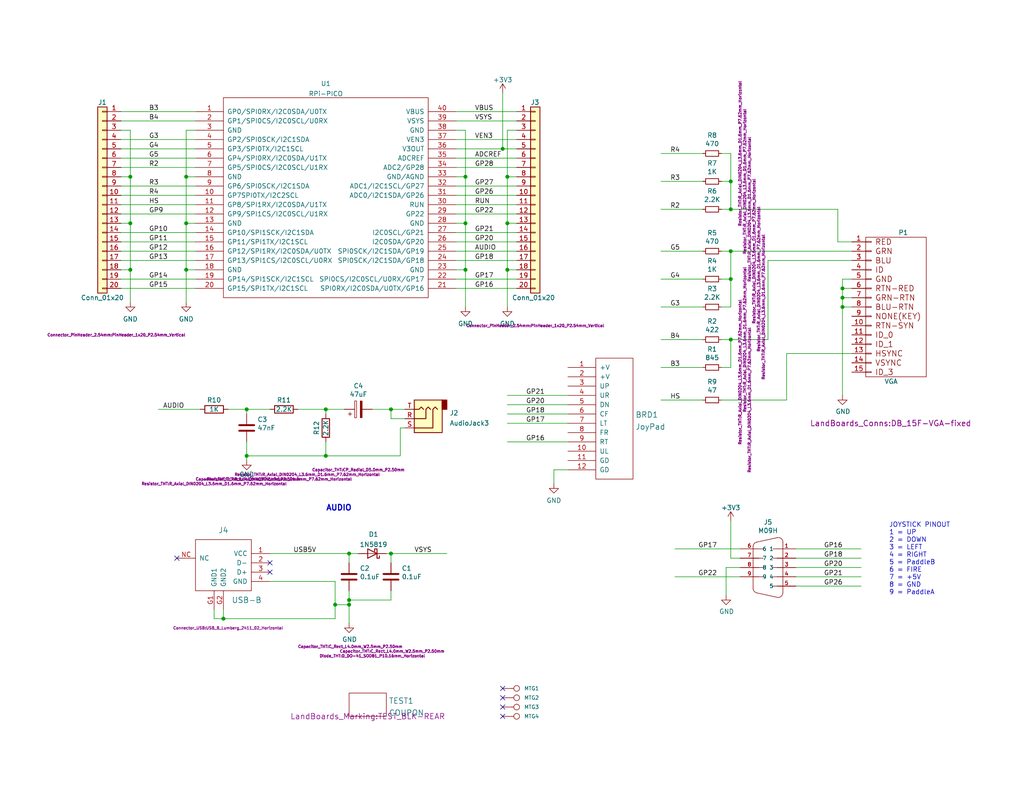
<source format=kicad_sch>
(kicad_sch (version 20211123) (generator eeschema)
  (paper "A")
  (title_block (title "PicoVGA") (date "2022-07-16") (rev "1") (company "land-boards.com"))
  (lib_symbols
    (symbol "Connector:AudioJack3"
      (property "Reference" "J" (at 0 8.89 0))
      (property "Value" "AudioJack3" (at 0 6.35 0))
      (symbol "AudioJack3_0_1"
        (rectangle (start -5.08 -5.08) (end -6.35 -2.54) (stroke (width 0.254)) (fill (type outline)))
        (polyline (pts (xy 0 -2.54) (xy 0.635 -3.175) (xy 1.27 -2.54) (xy 2.54 -2.54)) (stroke (width 0.254)))
        (polyline (pts (xy -1.905 -2.54) (xy -1.27 -3.175) (xy -0.635 -2.54) (xy -0.635 0) (xy 2.54 0)) (stroke (width 0.254)))
        (polyline (pts (xy 2.54 2.54) (xy -2.54 2.54) (xy -2.54 -2.54) (xy -3.175 -3.175) (xy -3.81 -2.54)) (stroke (width 0.254)))
        (rectangle (start 2.54 3.81) (end -5.08 -5.08) (stroke (width 0.254)) (fill (type background)))
      )
      (symbol "AudioJack3_1_1"
        (pin passive line (at 5.08 0 180) (length 2.54) (name "~") (number "R"))
        (pin passive line (at 5.08 2.54 180) (length 2.54) (name "~") (number "S"))
        (pin passive line (at 5.08 -2.54 180) (length 2.54) (name "~") (number "T"))
      )
    )
    (symbol "Connector_Generic:Conn_01x20" (pin_names (offset 1.016) hide)
      (property "Reference" "J" (at 0 25.4 0))
      (property "Value" "Conn_01x20" (at 0 -27.94 0))
      (symbol "Conn_01x20_1_1"
        (rectangle (start -1.27 -25.273) (end 0 -25.527) (stroke (width 0.1524)))
        (rectangle (start -1.27 -22.733) (end 0 -22.987) (stroke (width 0.1524)))
        (rectangle (start -1.27 -20.193) (end 0 -20.447) (stroke (width 0.1524)))
        (rectangle (start -1.27 -17.653) (end 0 -17.907) (stroke (width 0.1524)))
        (rectangle (start -1.27 -15.113) (end 0 -15.367) (stroke (width 0.1524)))
        (rectangle (start -1.27 -12.573) (end 0 -12.827) (stroke (width 0.1524)))
        (rectangle (start -1.27 -10.033) (end 0 -10.287) (stroke (width 0.1524)))
        (rectangle (start -1.27 -7.493) (end 0 -7.747) (stroke (width 0.1524)))
        (rectangle (start -1.27 -4.953) (end 0 -5.207) (stroke (width 0.1524)))
        (rectangle (start -1.27 -2.413) (end 0 -2.667) (stroke (width 0.1524)))
        (rectangle (start -1.27 0.127) (end 0 -0.127) (stroke (width 0.1524)))
        (rectangle (start -1.27 2.667) (end 0 2.413) (stroke (width 0.1524)))
        (rectangle (start -1.27 5.207) (end 0 4.953) (stroke (width 0.1524)))
        (rectangle (start -1.27 7.747) (end 0 7.493) (stroke (width 0.1524)))
        (rectangle (start -1.27 10.287) (end 0 10.033) (stroke (width 0.1524)))
        (rectangle (start -1.27 12.827) (end 0 12.573) (stroke (width 0.1524)))
        (rectangle (start -1.27 15.367) (end 0 15.113) (stroke (width 0.1524)))
        (rectangle (start -1.27 17.907) (end 0 17.653) (stroke (width 0.1524)))
        (rectangle (start -1.27 20.447) (end 0 20.193) (stroke (width 0.1524)))
        (rectangle (start -1.27 22.987) (end 0 22.733) (stroke (width 0.1524)))
        (rectangle (start -1.27 24.13) (end 1.27 -26.67) (stroke (width 0.254)) (fill (type background)))
        (pin passive line (at -5.08 22.86 0) (length 3.81) (name "Pin_1") (number "1"))
        (pin passive line (at -5.08 0 0) (length 3.81) (name "Pin_10") (number "10"))
        (pin passive line (at -5.08 -2.54 0) (length 3.81) (name "Pin_11") (number "11"))
        (pin passive line (at -5.08 -5.08 0) (length 3.81) (name "Pin_12") (number "12"))
        (pin passive line (at -5.08 -7.62 0) (length 3.81) (name "Pin_13") (number "13"))
        (pin passive line (at -5.08 -10.16 0) (length 3.81) (name "Pin_14") (number "14"))
        (pin passive line (at -5.08 -12.7 0) (length 3.81) (name "Pin_15") (number "15"))
        (pin passive line (at -5.08 -15.24 0) (length 3.81) (name "Pin_16") (number "16"))
        (pin passive line (at -5.08 -17.78 0) (length 3.81) (name "Pin_17") (number "17"))
        (pin passive line (at -5.08 -20.32 0) (length 3.81) (name "Pin_18") (number "18"))
        (pin passive line (at -5.08 -22.86 0) (length 3.81) (name "Pin_19") (number "19"))
        (pin passive line (at -5.08 20.32 0) (length 3.81) (name "Pin_2") (number "2"))
        (pin passive line (at -5.08 -25.4 0) (length 3.81) (name "Pin_20") (number "20"))
        (pin passive line (at -5.08 17.78 0) (length 3.81) (name "Pin_3") (number "3"))
        (pin passive line (at -5.08 15.24 0) (length 3.81) (name "Pin_4") (number "4"))
        (pin passive line (at -5.08 12.7 0) (length 3.81) (name "Pin_5") (number "5"))
        (pin passive line (at -5.08 10.16 0) (length 3.81) (name "Pin_6") (number "6"))
        (pin passive line (at -5.08 7.62 0) (length 3.81) (name "Pin_7") (number "7"))
        (pin passive line (at -5.08 5.08 0) (length 3.81) (name "Pin_8") (number "8"))
        (pin passive line (at -5.08 2.54 0) (length 3.81) (name "Pin_9") (number "9"))
      )
    )
    (symbol "Device:C" (pin_numbers hide) (pin_names (offset 0.254))
      (property "Reference" "C" (at 0.635 2.54 0))
      (property "Value" "C" (at 0.635 -2.54 0))
      (symbol "C_0_1"
        (polyline (pts (xy -2.032 -0.762) (xy 2.032 -0.762)) (stroke (width 0.508)))
        (polyline (pts (xy -2.032 0.762) (xy 2.032 0.762)) (stroke (width 0.508)))
      )
      (symbol "C_1_1"
        (pin passive line (at 0 3.81 270) (length 2.794) (name "~") (number "1"))
        (pin passive line (at 0 -3.81 90) (length 2.794) (name "~") (number "2"))
      )
    )
    (symbol "Device:C_Polarized" (pin_numbers hide) (pin_names (offset 0.254))
      (property "Reference" "C" (at 0.635 2.54 0))
      (property "Value" "C_Polarized" (at 0.635 -2.54 0))
      (symbol "C_Polarized_0_1"
        (rectangle (start -2.286 0.508) (end 2.286 1.016))
        (polyline (pts (xy -1.778 2.286) (xy -0.762 2.286)))
        (polyline (pts (xy -1.27 2.794) (xy -1.27 1.778)))
        (rectangle (start 2.286 -0.508) (end -2.286 -1.016) (fill (type outline)))
      )
      (symbol "C_Polarized_1_1"
        (pin passive line (at 0 3.81 270) (length 2.794) (name "~") (number "1"))
        (pin passive line (at 0 -3.81 90) (length 2.794) (name "~") (number "2"))
      )
    )
    (symbol "Device:D_Schottky" (pin_numbers hide) (pin_names (offset 1.016) hide)
      (property "Reference" "D" (at 0 2.54 0))
      (property "Value" "D_Schottky" (at 0 -2.54 0))
      (symbol "D_Schottky_0_1"
        (polyline (pts (xy 1.27 0) (xy -1.27 0)))
        (polyline (pts (xy 1.27 1.27) (xy 1.27 -1.27) (xy -1.27 0) (xy 1.27 1.27)) (stroke (width 0.254)))
        (polyline (pts (xy -1.905 0.635) (xy -1.905 1.27) (xy -1.27 1.27) (xy -1.27 -1.27) (xy -0.635 -1.27) (xy -0.635 -0.635)) (stroke (width 0.254)))
      )
      (symbol "D_Schottky_1_1"
        (pin passive line (at -3.81 0 0) (length 2.54) (name "K") (number "1"))
        (pin passive line (at 3.81 0 180) (length 2.54) (name "A") (number "2"))
      )
    )
    (symbol "Device:R" (pin_numbers hide) (pin_names (offset 0))
      (property "Reference" "R" (at 2.032 0 90))
      (property "Value" "R" (at 0 0 90))
      (symbol "R_0_1"
        (rectangle (start -1.016 -2.54) (end 1.016 2.54) (stroke (width 0.254)))
      )
      (symbol "R_1_1"
        (pin passive line (at 0 3.81 270) (length 1.27) (name "~") (number "1"))
        (pin passive line (at 0 -3.81 90) (length 1.27) (name "~") (number "2"))
      )
    )
    (symbol "Device:R_Small" (pin_numbers hide) (pin_names (offset 0.254) hide)
      (property "Reference" "R" (at 0.762 0.508 0))
      (property "Value" "R_Small" (at 0.762 -1.016 0))
      (symbol "R_Small_0_1"
        (rectangle (start -0.762 1.778) (end 0.762 -1.778) (stroke (width 0.2032)))
      )
      (symbol "R_Small_1_1"
        (pin passive line (at 0 2.54 270) (length 0.762) (name "~") (number "1"))
        (pin passive line (at 0 -2.54 90) (length 0.762) (name "~") (number "2"))
      )
    )
    (symbol "LandBoards:COUPON" (pin_names (offset 1.016))
      (property "Reference" "COUP?" (at 0 0 0))
      (property "Value" "COUPON" (at 0 0 0))
      (symbol "COUPON_0_1"
        (rectangle (start -5.08 0) (end 5.08 6.35))
      )
    )
    (symbol "LandBoards_Cards:JoyPad" (pin_names (offset 1.016))
      (property "Reference" "BRD" (at 1.27 17.78 0))
      (property "Value" "JoyPad" (at 0 -17.78 0))
      (symbol "JoyPad_0_0"
        (rectangle (start -5.08 16.51) (end 5.08 -16.51))
      )
      (symbol "JoyPad_1_1"
        (pin power_in line (at 12.7 13.97 180) (length 7.62) (name "+V") (number "1"))
        (pin output line (at 12.7 -8.89 180) (length 7.62) (name "UL") (number "10"))
        (pin power_in line (at 12.7 -11.43 180) (length 7.62) (name "GD") (number "11"))
        (pin power_in line (at 12.7 -13.97 180) (length 7.62) (name "GD") (number "12"))
        (pin power_in line (at 12.7 11.43 180) (length 7.62) (name "+V") (number "2"))
        (pin output line (at 12.7 8.89 180) (length 7.62) (name "UP") (number "3"))
        (pin output line (at 12.7 6.35 180) (length 7.62) (name "UR") (number "4"))
        (pin output line (at 12.7 3.81 180) (length 7.62) (name "DN") (number "5"))
        (pin output line (at 12.7 1.27 180) (length 7.62) (name "CF") (number "6"))
        (pin output line (at 12.7 -1.27 180) (length 7.62) (name "LT") (number "7"))
        (pin output line (at 12.7 -3.81 180) (length 7.62) (name "FR") (number "8"))
        (pin output line (at 12.7 -6.35 180) (length 7.62) (name "RT") (number "9"))
      )
    )
    (symbol "LandBoards_Conns:USB-B" (pin_names (offset 1.016))
      (property "Reference" "J" (at 2.54 19.05 0))
      (property "Value" "LandBoards_Conns_USB-B" (at 5.08 2.54 0))
      (symbol "USB-B_0_1"
        (rectangle (start -8.89 3.81) (end 6.35 17.78))
      )
      (symbol "USB-B_1_1"
        (pin power_out line (at 11.43 13.97 180) (length 5.08) (name "VCC") (number "1"))
        (pin bidirectional line (at 11.43 11.43 180) (length 5.08) (name "D-") (number "2"))
        (pin bidirectional line (at 11.43 8.89 180) (length 5.08) (name "D+") (number "3"))
        (pin power_out line (at 11.43 6.35 180) (length 5.08) (name "GND") (number "4"))
        (pin passive line (at -3.81 -1.27 90) (length 5.08) (name "GND1") (number "G1"))
        (pin passive line (at -1.27 -1.27 90) (length 5.08) (name "GND2") (number "G2"))
        (pin power_in line (at -13.97 12.7 0) (length 5.08) (name "NC") (number "NC"))
      )
    )
    (symbol "LandBoards_Conns:VGA" (pin_names (offset 1.016) hide)
      (property "Reference" "P" (at -6.35 20.32 0))
      (property "Value" "VGA" (at -1.27 -20.32 0))
      (symbol "VGA_0_0"
        (text "BLU" (at -5.08 12.7 0) (effects (font (size 1.524 1.524)) (justify left)))
        (text "BLU-RTN" (at -5.08 0 0) (effects (font (size 1.524 1.524)) (justify left)))
        (text "GND" (at -5.08 7.62 0) (effects (font (size 1.524 1.524)) (justify left)))
        (text "GRN" (at -5.08 15.24 0) (effects (font (size 1.524 1.524)) (justify left)))
        (text "GRN-RTN" (at -5.08 2.54 0) (effects (font (size 1.524 1.524)) (justify left)))
        (text "HSYNC" (at -5.08 -12.7 0) (effects (font (size 1.524 1.524)) (justify left)))
        (text "ID" (at -5.08 10.16 0) (effects (font (size 1.524 1.524)) (justify left)))
        (text "ID_0" (at -5.08 -7.62 0) (effects (font (size 1.524 1.524)) (justify left)))
        (text "ID_1" (at -5.08 -10.16 0) (effects (font (size 1.524 1.524)) (justify left)))
        (text "ID_3" (at -5.08 -17.78 0) (effects (font (size 1.524 1.524)) (justify left)))
        (text "NONE(KEY)" (at -5.08 -2.54 0) (effects (font (size 1.524 1.524)) (justify left)))
        (text "RED" (at -5.08 17.78 0) (effects (font (size 1.524 1.524)) (justify left)))
        (text "RTN-RED" (at -5.08 5.08 0) (effects (font (size 1.524 1.524)) (justify left)))
        (text "RTN-SYN" (at -5.08 -5.08 0) (effects (font (size 1.524 1.524)) (justify left)))
        (text "VSYNC" (at -5.08 -15.24 0) (effects (font (size 1.524 1.524)) (justify left)))
      )
      (symbol "VGA_0_1"
        (rectangle (start -7.62 -17.653) (end -6.096 -17.907))
        (rectangle (start -7.62 -15.113) (end -6.096 -15.367))
        (rectangle (start -7.62 -12.573) (end -6.096 -12.827))
        (rectangle (start -7.62 -10.033) (end -6.096 -10.287))
        (rectangle (start -7.62 -7.493) (end -6.096 -7.747))
        (rectangle (start -7.62 -4.953) (end -6.096 -5.207))
        (rectangle (start -7.62 -2.413) (end -6.096 -2.667))
        (rectangle (start -7.62 0.127) (end -6.096 -0.127))
        (rectangle (start -7.62 2.667) (end -6.096 2.413))
        (rectangle (start -7.62 5.207) (end -6.096 4.953))
        (rectangle (start -7.62 7.747) (end -6.096 7.493))
        (rectangle (start -7.62 10.287) (end -6.096 10.033))
        (rectangle (start -7.62 12.827) (end -6.096 12.573))
        (rectangle (start -7.62 15.367) (end -6.096 15.113))
        (rectangle (start -7.62 17.907) (end -6.096 17.653))
        (rectangle (start -7.62 19.05) (end 8.89 -19.05))
      )
      (symbol "VGA_1_1"
        (pin passive line (at -11.43 17.78 0) (length 3.81) (name "P1") (number "1"))
        (pin passive line (at -11.43 -5.08 0) (length 3.81) (name "P10") (number "10"))
        (pin passive line (at -11.43 -7.62 0) (length 3.81) (name "P11") (number "11"))
        (pin passive line (at -11.43 -10.16 0) (length 3.81) (name "P12") (number "12"))
        (pin passive line (at -11.43 -12.7 0) (length 3.81) (name "P13") (number "13"))
        (pin passive line (at -11.43 -15.24 0) (length 3.81) (name "P14") (number "14"))
        (pin passive line (at -11.43 -17.78 0) (length 3.81) (name "P15") (number "15"))
        (pin passive line (at -11.43 15.24 0) (length 3.81) (name "P2") (number "2"))
        (pin passive line (at -11.43 12.7 0) (length 3.81) (name "P3") (number "3"))
        (pin passive line (at -11.43 10.16 0) (length 3.81) (name "P4") (number "4"))
        (pin passive line (at -11.43 7.62 0) (length 3.81) (name "P5") (number "5"))
        (pin passive line (at -11.43 5.08 0) (length 3.81) (name "P6") (number "6"))
        (pin passive line (at -11.43 2.54 0) (length 3.81) (name "P7") (number "7"))
        (pin passive line (at -11.43 0 0) (length 3.81) (name "P8") (number "8"))
        (pin passive line (at -11.43 -2.54 0) (length 3.81) (name "P9") (number "9"))
      )
    )
    (symbol "LandBoards_Semis:RPi-PICO" (pin_names (offset 1.016))
      (property "Reference" "U" (at 0 29.21 0))
      (property "Value" "RPi-PICO" (at 8.89 -30.48 0))
      (symbol "RPi-PICO_1_0"
        (rectangle (start -29.21 -29.21) (end 26.67 25.4))
      )
      (symbol "RPi-PICO_1_1"
        (pin bidirectional line (at -36.83 21.59 0) (length 7.62) (name "GP0/SPI0RX/I2C0SDA/U0TX") (number "1"))
        (pin bidirectional line (at -36.83 -1.27 0) (length 7.62) (name "GP7SPI0TX/I2C2SCL") (number "10"))
        (pin bidirectional line (at -36.83 -3.81 0) (length 7.62) (name "GP8/SPI1RX/I2C0SDA/U1TX") (number "11"))
        (pin bidirectional line (at -36.83 -6.35 0) (length 7.62) (name "GP9/SPI1CS/I2C0SCL/U1RX") (number "12"))
        (pin power_in line (at -36.83 -8.89 0) (length 7.62) (name "GND") (number "13"))
        (pin bidirectional line (at -36.83 -11.43 0) (length 7.62) (name "GP10/SPI1SCK/I2C1SDA") (number "14"))
        (pin bidirectional line (at -36.83 -13.97 0) (length 7.62) (name "GP11/SPI1TX/I2C1SCL") (number "15"))
        (pin bidirectional line (at -36.83 -16.51 0) (length 7.62) (name "GP12/SPI1RX/I2C0SDA/U0TX") (number "16"))
        (pin bidirectional line (at -36.83 -19.05 0) (length 7.62) (name "GP13/SPI1CS/I2C0SCL/U0RX") (number "17"))
        (pin power_in line (at -36.83 -21.59 0) (length 7.62) (name "GND") (number "18"))
        (pin bidirectional line (at -36.83 -24.13 0) (length 7.62) (name "GP14/SPI1SCK/I2C1SCL") (number "19"))
        (pin bidirectional line (at -36.83 19.05 0) (length 7.62) (name "GP1/SPI0CS/I2C0SCL/U0RX") (number "2"))
        (pin bidirectional line (at -36.83 -26.67 0) (length 7.62) (name "GP15/SPI1TX/I2C1SCL") (number "20"))
        (pin bidirectional line (at 34.29 -26.67 180) (length 7.62) (name "SPI0RX/I2C0SDA/U0TX/GP16") (number "21"))
        (pin bidirectional line (at 34.29 -24.13 180) (length 7.62) (name "SPI0CS/I2C0SCL/U0RX/GP17") (number "22"))
        (pin power_in line (at 34.29 -21.59 180) (length 7.62) (name "GND") (number "23"))
        (pin bidirectional line (at 34.29 -19.05 180) (length 7.62) (name "SPI0SCK/I2C1SDA/GP18") (number "24"))
        (pin bidirectional line (at 34.29 -16.51 180) (length 7.62) (name "SPI0SCK/I2C1SDA/GP19") (number "25"))
        (pin bidirectional line (at 34.29 -13.97 180) (length 7.62) (name "I2C0SDA/GP20") (number "26"))
        (pin bidirectional line (at 34.29 -11.43 180) (length 7.62) (name "I2C0SCL/GP21") (number "27"))
        (pin power_in line (at 34.29 -8.89 180) (length 7.62) (name "GND") (number "28"))
        (pin bidirectional line (at 34.29 -6.35 180) (length 7.62) (name "GP22") (number "29"))
        (pin power_in line (at -36.83 16.51 0) (length 7.62) (name "GND") (number "3"))
        (pin input line (at 34.29 -3.81 180) (length 7.62) (name "RUN") (number "30"))
        (pin bidirectional line (at 34.29 -1.27 180) (length 7.62) (name "ADC0/I2C1SDA/GP26") (number "31"))
        (pin bidirectional line (at 34.29 1.27 180) (length 7.62) (name "ADC1/I2C1SCL/GP27") (number "32"))
        (pin power_in line (at 34.29 3.81 180) (length 7.62) (name "GND/AGND") (number "33"))
        (pin bidirectional line (at 34.29 6.35 180) (length 7.62) (name "ADC2/GP28") (number "34"))
        (pin power_in line (at 34.29 8.89 180) (length 7.62) (name "ADCREF") (number "35"))
        (pin power_out line (at 34.29 11.43 180) (length 7.62) (name "V3OUT") (number "36"))
        (pin bidirectional line (at 34.29 13.97 180) (length 7.62) (name "VEN3") (number "37"))
        (pin power_in line (at 34.29 16.51 180) (length 7.62) (name "GND") (number "38"))
        (pin power_in line (at 34.29 19.05 180) (length 7.62) (name "VSYS") (number "39"))
        (pin bidirectional line (at -36.83 13.97 0) (length 7.62) (name "GP2/SPI0SCK/I2C1SDA") (number "4"))
        (pin power_out line (at 34.29 21.59 180) (length 7.62) (name "VBUS") (number "40"))
        (pin bidirectional line (at -36.83 11.43 0) (length 7.62) (name "GP3/SPI0TX/I2C1SCL") (number "5"))
        (pin bidirectional line (at -36.83 8.89 0) (length 7.62) (name "GP4/SPI0RX/I2C0SDA/U1TX") (number "6"))
        (pin bidirectional line (at -36.83 6.35 0) (length 7.62) (name "GP5/SPI0CS/I2C0SCL/U1RX") (number "7"))
        (pin power_in line (at -36.83 3.81 0) (length 7.62) (name "GND") (number "8"))
        (pin bidirectional line (at -36.83 1.27 0) (length 7.62) (name "GP6/SPI0SCK/I2C1SDA") (number "9"))
      )
    )
    (symbol "VGAX49-rescue:CONN_1-GRID49-rescue-PS2X49-rescue" (pin_numbers hide) (pin_names (offset 0.762) hide)
      (property "Reference" "P" (at 2.032 0 0))
      (symbol "CONN_1-GRID49-rescue-PS2X49-rescue_0_1"
        (polyline (pts (xy -0.762 0) (xy -1.27 0)))
        (circle (center 0 0) (radius 0.7874))
      )
      (symbol "CONN_1-GRID49-rescue-PS2X49-rescue_1_1"
        (pin passive line (at -3.81 0 0) (length 2.54) (name "1") (number "1"))
      )
    )
    (symbol "con-subd:M09H" (pin_names (offset 1.016))
      (property "Reference" "X" (at -3.81 8.89 0))
      (property "Value" "con-subd_M09H" (at -3.81 -10.795 0))
      (symbol "M09H_1_0"
        (polyline (pts (xy -4.064 5.6896) (xy -4.064 -5.6896)))
        (polyline (pts (xy -2.54 -2.54) (xy -1.27 -2.54)))
        (polyline (pts (xy -2.54 0) (xy -1.27 0)))
        (polyline (pts (xy -2.54 2.54) (xy -1.27 2.54)))
        (polyline (pts (xy -2.54 5.08) (xy -1.27 5.08)))
        (polyline (pts (xy 1.27 -5.08) (xy 2.54 -5.08)))
        (polyline (pts (xy 1.397 -2.54) (xy 2.667 -2.54)))
        (polyline (pts (xy 1.397 0) (xy 2.667 0)))
        (polyline (pts (xy 1.397 2.54) (xy 2.667 2.54)))
        (polyline (pts (xy 1.397 5.08) (xy 2.667 5.08)))
        (polyline (pts (xy 2.5146 -8.1534) (xy -3.048 -6.9342)))
        (polyline (pts (xy 2.5146 8.1534) (xy -3.048 6.9342)))
        (polyline (pts (xy 4.064 6.9088) (xy 4.064 -6.9088)))
      )
      (symbol "M09H_1_1"
        (arc (start -4.064 -5.6896) (mid -3.7777 -6.4929) (end -3.048 -6.9342))
        (arc (start -3.048 6.9342) (mid -3.7779 6.493) (end -4.064 5.6896))
        (arc (start 2.5146 -8.1534) (mid 3.572 -7.8928) (end 4.0386 -6.9088))
        (arc (start 4.064 6.9088) (mid 3.5866 7.9013) (end 2.5146 8.1534))
        (pin passive line (at 7.62 5.08 180) (length 5.08) (name "1") (number "1"))
        (pin passive line (at 7.62 2.54 180) (length 5.08) (name "2") (number "2"))
        (pin passive line (at 7.62 0 180) (length 5.08) (name "3") (number "3"))
        (pin passive line (at 7.62 -2.54 180) (length 5.08) (name "4") (number "4"))
        (pin passive line (at 7.62 -5.08 180) (length 5.08) (name "5") (number "5"))
        (pin passive line (at -7.62 5.08 0) (length 5.08) (name "6") (number "6"))
        (pin passive line (at -7.62 2.54 0) (length 5.08) (name "7") (number "7"))
        (pin passive line (at -7.62 0 0) (length 5.08) (name "8") (number "8"))
        (pin passive line (at -7.62 -2.54 0) (length 5.08) (name "9") (number "9"))
      )
    )
    (symbol "power:+3.3V" (power) (pin_names (offset 0))
      (property "Value" "+3.3V" (at 0 3.556 0))
      (symbol "+3.3V_0_1"
        (polyline (pts (xy -0.762 1.27) (xy 0 2.54)))
        (polyline (pts (xy 0 0) (xy 0 2.54)))
        (polyline (pts (xy 0 2.54) (xy 0.762 1.27)))
      )
      (symbol "+3.3V_1_1"
        (pin power_in line (at 0 0 90) (length 0) hide (name "+3V3") (number "1"))
      )
    )
    (symbol "power:GND" (power) (pin_names (offset 0))
      (property "Value" "GND" (at 0 -3.81 0))
      (symbol "GND_0_1"
        (polyline (pts (xy 0 0) (xy 0 -1.27) (xy 1.27 -1.27) (xy 0 -2.54) (xy -1.27 -1.27) (xy 0 -1.27)))
      )
      (symbol "GND_1_1"
        (pin power_in line (at 0 0 270) (length 0) hide (name "GND") (number "1"))
      )
    )
  )
  (junction (at 50.8 73.66))
  (junction (at 137.16 40.64))
  (junction (at 67.31 124.46))
  (junction (at 95.25 165.1))
  (junction (at 199.39 68.58))
  (junction (at 50.8 60.96))
  (junction (at 50.8 48.26))
  (junction (at 106.68 151.13))
  (junction (at 88.9 124.46))
  (junction (at 199.39 57.15))
  (junction (at 91.44 165.1))
  (junction (at 67.31 111.76))
  (junction (at 106.68 111.76))
  (junction (at 95.25 151.13))
  (junction (at 138.43 48.26))
  (junction (at 138.43 60.96))
  (junction (at 229.87 83.82))
  (junction (at 35.56 48.26))
  (junction (at 199.39 49.53))
  (junction (at 95.25 163.83))
  (junction (at 229.87 81.28))
  (junction (at 199.39 76.2))
  (junction (at 127 48.26))
  (junction (at 127 73.66))
  (junction (at 88.9 111.76))
  (junction (at 127 60.96))
  (junction (at 138.43 73.66))
  (junction (at 35.56 73.66))
  (junction (at 199.39 92.71))
  (junction (at 60.96 168.91))
  (junction (at 35.56 60.96))
  (junction (at 229.87 78.74))
  (no_connect (at 137.16 187.96))
  (no_connect (at 73.66 156.21))
  (no_connect (at 137.16 195.58))
  (no_connect (at 48.26 152.4))
  (no_connect (at 73.66 153.67))
  (no_connect (at 137.16 190.5))
  (no_connect (at 137.16 193.04))
  (wire (pts (xy 35.56 60.96) (xy 35.56 73.66)))
  (wire (pts (xy 138.43 35.56) (xy 138.43 48.26)))
  (wire (pts (xy 199.39 49.53) (xy 199.39 57.15)))
  (wire (pts (xy 33.02 53.34) (xy 53.34 53.34)))
  (wire (pts (xy 67.31 113.03) (xy 67.31 111.76)))
  (wire (pts (xy 138.43 60.96) (xy 140.97 60.96)))
  (wire (pts (xy 91.44 168.91) (xy 91.44 165.1)))
  (wire (pts (xy 33.02 66.04) (xy 53.34 66.04)))
  (wire (pts (xy 95.25 163.83) (xy 95.25 165.1)))
  (wire (pts (xy 110.49 116.84) (xy 109.22 116.84)))
  (wire (pts (xy 33.02 76.2) (xy 53.34 76.2)))
  (wire (pts (xy 50.8 73.66) (xy 50.8 82.55)))
  (wire (pts (xy 217.17 149.86) (xy 234.95 149.86)))
  (wire (pts (xy 33.02 78.74) (xy 53.34 78.74)))
  (wire (pts (xy 33.02 43.18) (xy 53.34 43.18)))
  (wire (pts (xy 58.42 166.37) (xy 58.42 168.91)))
  (wire (pts (xy 199.39 100.33) (xy 199.39 92.71)))
  (wire (pts (xy 106.68 111.76) (xy 110.49 111.76)))
  (wire (pts (xy 140.97 58.42) (xy 124.46 58.42)))
  (wire (pts (xy 95.25 151.13) (xy 97.79 151.13)))
  (wire (pts (xy 232.41 83.82) (xy 229.87 83.82)))
  (wire (pts (xy 33.02 40.64) (xy 53.34 40.64)))
  (wire (pts (xy 154.94 113.03) (xy 138.43 113.03)))
  (wire (pts (xy 140.97 55.88) (xy 124.46 55.88)))
  (wire (pts (xy 88.9 111.76) (xy 88.9 113.03)))
  (wire (pts (xy 127 73.66) (xy 127 83.82)))
  (wire (pts (xy 33.02 38.1) (xy 53.34 38.1)))
  (wire (pts (xy 50.8 60.96) (xy 50.8 73.66)))
  (wire (pts (xy 140.97 78.74) (xy 124.46 78.74)))
  (wire (pts (xy 151.13 128.27) (xy 154.94 128.27)))
  (wire (pts (xy 140.97 30.48) (xy 124.46 30.48)))
  (wire (pts (xy 199.39 76.2) (xy 199.39 83.82)))
  (wire (pts (xy 140.97 76.2) (xy 124.46 76.2)))
  (wire (pts (xy 199.39 152.4) (xy 199.39 142.24)))
  (wire (pts (xy 62.23 111.76) (xy 67.31 111.76)))
  (wire (pts (xy 196.85 100.33) (xy 199.39 100.33)))
  (wire (pts (xy 217.17 160.02) (xy 234.95 160.02)))
  (wire (pts (xy 229.87 81.28) (xy 232.41 81.28)))
  (wire (pts (xy 199.39 57.15) (xy 228.6 57.15)))
  (wire (pts (xy 33.02 63.5) (xy 53.34 63.5)))
  (wire (pts (xy 138.43 48.26) (xy 140.97 48.26)))
  (wire (pts (xy 95.25 163.83) (xy 106.68 163.83)))
  (wire (pts (xy 196.85 49.53) (xy 199.39 49.53)))
  (wire (pts (xy 67.31 124.46) (xy 67.31 125.73)))
  (wire (pts (xy 50.8 48.26) (xy 50.8 60.96)))
  (wire (pts (xy 50.8 35.56) (xy 50.8 48.26)))
  (wire (pts (xy 60.96 168.91) (xy 60.96 166.37)))
  (wire (pts (xy 154.94 120.65) (xy 138.43 120.65)))
  (wire (pts (xy 33.02 58.42) (xy 53.34 58.42)))
  (wire (pts (xy 184.15 149.86) (xy 201.93 149.86)))
  (wire (pts (xy 196.85 57.15) (xy 199.39 57.15)))
  (wire (pts (xy 196.85 68.58) (xy 199.39 68.58)))
  (wire (pts (xy 140.97 33.02) (xy 124.46 33.02)))
  (wire (pts (xy 33.02 48.26) (xy 35.56 48.26)))
  (wire (pts (xy 138.43 48.26) (xy 138.43 60.96)))
  (wire (pts (xy 229.87 83.82) (xy 229.87 107.95)))
  (wire (pts (xy 138.43 60.96) (xy 138.43 73.66)))
  (wire (pts (xy 101.6 111.76) (xy 106.68 111.76)))
  (wire (pts (xy 140.97 66.04) (xy 124.46 66.04)))
  (wire (pts (xy 33.02 30.48) (xy 53.34 30.48)))
  (wire (pts (xy 50.8 60.96) (xy 53.34 60.96)))
  (wire (pts (xy 35.56 73.66) (xy 35.56 82.55)))
  (wire (pts (xy 124.46 60.96) (xy 127 60.96)))
  (wire (pts (xy 109.22 116.84) (xy 109.22 124.46)))
  (wire (pts (xy 180.34 109.22) (xy 191.77 109.22)))
  (wire (pts (xy 137.16 25.4) (xy 137.16 40.64)))
  (wire (pts (xy 106.68 153.67) (xy 106.68 151.13)))
  (wire (pts (xy 73.66 158.75) (xy 91.44 158.75)))
  (wire (pts (xy 232.41 96.52) (xy 214.63 96.52)))
  (wire (pts (xy 106.68 163.83) (xy 106.68 161.29)))
  (wire (pts (xy 214.63 109.22) (xy 214.63 96.52)))
  (wire (pts (xy 58.42 168.91) (xy 60.96 168.91)))
  (wire (pts (xy 33.02 55.88) (xy 53.34 55.88)))
  (wire (pts (xy 140.97 50.8) (xy 124.46 50.8)))
  (wire (pts (xy 191.77 83.82) (xy 180.34 83.82)))
  (wire (pts (xy 199.39 92.71) (xy 196.85 92.71)))
  (wire (pts (xy 217.17 152.4) (xy 234.95 152.4)))
  (wire (pts (xy 60.96 168.91) (xy 91.44 168.91)))
  (wire (pts (xy 229.87 81.28) (xy 229.87 83.82)))
  (wire (pts (xy 33.02 68.58) (xy 53.34 68.58)))
  (wire (pts (xy 124.46 35.56) (xy 127 35.56)))
  (wire (pts (xy 232.41 76.2) (xy 229.87 76.2)))
  (wire (pts (xy 151.13 132.08) (xy 151.13 128.27)))
  (wire (pts (xy 140.97 38.1) (xy 124.46 38.1)))
  (wire (pts (xy 91.44 158.75) (xy 91.44 165.1)))
  (wire (pts (xy 67.31 120.65) (xy 67.31 124.46)))
  (wire (pts (xy 191.77 92.71) (xy 180.34 92.71)))
  (wire (pts (xy 33.02 35.56) (xy 35.56 35.56)))
  (wire (pts (xy 33.02 50.8) (xy 53.34 50.8)))
  (wire (pts (xy 199.39 68.58) (xy 232.41 68.58)))
  (wire (pts (xy 196.85 109.22) (xy 214.63 109.22)))
  (wire (pts (xy 199.39 68.58) (xy 199.39 76.2)))
  (wire (pts (xy 73.66 151.13) (xy 95.25 151.13)))
  (wire (pts (xy 33.02 73.66) (xy 35.56 73.66)))
  (wire (pts (xy 232.41 78.74) (xy 229.87 78.74)))
  (wire (pts (xy 124.46 73.66) (xy 127 73.66)))
  (wire (pts (xy 229.87 78.74) (xy 229.87 81.28)))
  (wire (pts (xy 140.97 71.12) (xy 124.46 71.12)))
  (wire (pts (xy 33.02 71.12) (xy 53.34 71.12)))
  (wire (pts (xy 191.77 41.91) (xy 180.34 41.91)))
  (wire (pts (xy 106.68 114.3) (xy 110.49 114.3)))
  (wire (pts (xy 33.02 60.96) (xy 35.56 60.96)))
  (wire (pts (xy 106.68 111.76) (xy 106.68 114.3)))
  (wire (pts (xy 198.12 154.94) (xy 198.12 162.56)))
  (wire (pts (xy 154.94 107.95) (xy 138.43 107.95)))
  (wire (pts (xy 127 35.56) (xy 127 48.26)))
  (wire (pts (xy 50.8 48.26) (xy 53.34 48.26)))
  (wire (pts (xy 81.28 111.76) (xy 88.9 111.76)))
  (wire (pts (xy 33.02 45.72) (xy 53.34 45.72)))
  (wire (pts (xy 196.85 83.82) (xy 199.39 83.82)))
  (wire (pts (xy 209.55 71.12) (xy 209.55 92.71)))
  (wire (pts (xy 154.94 110.49) (xy 138.43 110.49)))
  (wire (pts (xy 95.25 161.29) (xy 95.25 163.83)))
  (wire (pts (xy 199.39 41.91) (xy 199.39 49.53)))
  (wire (pts (xy 196.85 76.2) (xy 199.39 76.2)))
  (wire (pts (xy 217.17 157.48) (xy 234.95 157.48)))
  (wire (pts (xy 229.87 76.2) (xy 229.87 78.74)))
  (wire (pts (xy 191.77 76.2) (xy 180.34 76.2)))
  (wire (pts (xy 43.18 111.76) (xy 54.61 111.76)))
  (wire (pts (xy 191.77 49.53) (xy 180.34 49.53)))
  (wire (pts (xy 137.16 40.64) (xy 124.46 40.64)))
  (wire (pts (xy 191.77 57.15) (xy 180.34 57.15)))
  (wire (pts (xy 106.68 151.13) (xy 121.92 151.13)))
  (wire (pts (xy 228.6 57.15) (xy 228.6 66.04)))
  (wire (pts (xy 95.25 151.13) (xy 95.25 153.67)))
  (wire (pts (xy 67.31 124.46) (xy 88.9 124.46)))
  (wire (pts (xy 140.97 63.5) (xy 124.46 63.5)))
  (wire (pts (xy 88.9 120.65) (xy 88.9 124.46)))
  (wire (pts (xy 191.77 100.33) (xy 180.34 100.33)))
  (wire (pts (xy 196.85 41.91) (xy 199.39 41.91)))
  (wire (pts (xy 35.56 48.26) (xy 35.56 60.96)))
  (wire (pts (xy 140.97 53.34) (xy 124.46 53.34)))
  (wire (pts (xy 88.9 124.46) (xy 109.22 124.46)))
  (wire (pts (xy 35.56 35.56) (xy 35.56 48.26)))
  (wire (pts (xy 91.44 165.1) (xy 95.25 165.1)))
  (wire (pts (xy 232.41 71.12) (xy 209.55 71.12)))
  (wire (pts (xy 184.15 157.48) (xy 201.93 157.48)))
  (wire (pts (xy 217.17 154.94) (xy 234.95 154.94)))
  (wire (pts (xy 53.34 35.56) (xy 50.8 35.56)))
  (wire (pts (xy 88.9 111.76) (xy 93.98 111.76)))
  (wire (pts (xy 127 48.26) (xy 127 60.96)))
  (wire (pts (xy 209.55 92.71) (xy 199.39 92.71)))
  (wire (pts (xy 124.46 48.26) (xy 127 48.26)))
  (wire (pts (xy 140.97 35.56) (xy 138.43 35.56)))
  (wire (pts (xy 50.8 73.66) (xy 53.34 73.66)))
  (wire (pts (xy 140.97 68.58) (xy 124.46 68.58)))
  (wire (pts (xy 140.97 43.18) (xy 124.46 43.18)))
  (wire (pts (xy 95.25 165.1) (xy 95.25 170.18)))
  (wire (pts (xy 228.6 66.04) (xy 232.41 66.04)))
  (wire (pts (xy 138.43 73.66) (xy 140.97 73.66)))
  (wire (pts (xy 140.97 45.72) (xy 124.46 45.72)))
  (wire (pts (xy 127 60.96) (xy 127 73.66)))
  (wire (pts (xy 191.77 68.58) (xy 180.34 68.58)))
  (wire (pts (xy 201.93 152.4) (xy 199.39 152.4)))
  (wire (pts (xy 154.94 115.57) (xy 138.43 115.57)))
  (wire (pts (xy 33.02 33.02) (xy 53.34 33.02)))
  (wire (pts (xy 138.43 73.66) (xy 138.43 83.82)))
  (wire (pts (xy 105.41 151.13) (xy 106.68 151.13)))
  (wire (pts (xy 140.97 40.64) (xy 137.16 40.64)))
  (wire (pts (xy 67.31 111.76) (xy 73.66 111.76)))
  (wire (pts (xy 198.12 154.94) (xy 201.93 154.94)))
  (text "JOYSTICK PINOUT\n1 = UP\n2 = DOWN\n3 = LEFT\n4 = RIGHT\n5 = PaddleB\n6 = FIRE\n7 = +5V\n8 = GND \n9 = PaddleA" (at 242.57 162.56 0) (effects (font (size 1.27 1.27)) (justify left bottom)))
  (text "AUDIO" (at 88.9 139.7 0) (effects (font (size 1.524 1.524) (thickness 0.3048) bold) (justify left bottom)))
  (label "B3" (at 40.64 30.48 0))
  (label "VSYS" (at 113.03 151.13 0))
  (label "GP9" (at 40.64 58.42 0))
  (label "USB5V" (at 80.01 151.13 0))
  (label "R3" (at 182.88 49.53 0))
  (label "B4" (at 182.88 92.71 0))
  (label "VBUS" (at 129.54 30.48 0))
  (label "GP18" (at 129.54 71.12 0))
  (label "B3" (at 182.88 100.33 0))
  (label "GP17" (at 129.54 76.2 0))
  (label "G5" (at 40.64 43.18 0))
  (label "GP17" (at 143.51 115.57 0))
  (label "VEN3" (at 129.54 38.1 0))
  (label "GP18" (at 143.51 113.03 0))
  (label "GP14" (at 40.64 76.2 0))
  (label "GP16" (at 129.54 78.74 0))
  (label "AUDIO" (at 44.45 111.76 0))
  (label "R2" (at 182.88 57.15 0))
  (label "GP11" (at 40.64 66.04 0))
  (label "GP18" (at 224.79 152.4 0))
  (label "GP20" (at 129.54 66.04 0))
  (label "G3" (at 40.64 38.1 0))
  (label "R3" (at 40.64 50.8 0))
  (label "G4" (at 182.88 76.2 0))
  (label "HS" (at 182.88 109.22 0))
  (label "ADCREF" (at 129.54 43.18 0))
  (label "GP21" (at 224.79 157.48 0))
  (label "GP15" (at 40.64 78.74 0))
  (label "GP27" (at 129.54 50.8 0))
  (label "GP12" (at 40.64 68.58 0))
  (label "GP21" (at 129.54 63.5 0))
  (label "HS" (at 40.64 55.88 0))
  (label "GP26" (at 224.79 160.02 0))
  (label "GP22" (at 129.54 58.42 0))
  (label "G4" (at 40.64 40.64 0))
  (label "GP21" (at 143.51 107.95 0))
  (label "R4" (at 40.64 53.34 0))
  (label "GP13" (at 40.64 71.12 0))
  (label "GP16" (at 224.79 149.86 0))
  (label "GP10" (at 40.64 63.5 0))
  (label "GP22" (at 190.5 157.48 0))
  (label "G3" (at 182.88 83.82 0))
  (label "GP28" (at 129.54 45.72 0))
  (label "VSYS" (at 129.54 33.02 0))
  (label "R2" (at 40.64 45.72 0))
  (label "G5" (at 182.88 68.58 0))
  (label "GP16" (at 143.51 120.65 0))
  (label "GP20" (at 224.79 154.94 0))
  (label "AUDIO" (at 129.54 68.58 0))
  (label "B4" (at 40.64 33.02 0))
  (label "RUN" (at 129.54 55.88 0))
  (label "GP17" (at 190.5 149.86 0))
  (label "R4" (at 182.88 41.91 0))
  (label "GP26" (at 129.54 53.34 0))
  (label "GP20" (at 143.51 110.49 0))
  (symbol (lib_id "VGAX49-rescue:CONN_1-GRID49-rescue-PS2X49-rescue") (at 140.97 187.96 0) (unit 1)
    (property "Reference" "MTG1" (at 143.002 187.96 0) (effects (font (size 1.016 1.016)) (justify left)))
    (property "Value" "CONN_1" (effects hide))
    (property "Footprint" "MTG-4-40" (effects hide))
  )
  (symbol (lib_id "VGAX49-rescue:CONN_1-GRID49-rescue-PS2X49-rescue") (at 140.97 190.5 0) (unit 1)
    (property "Reference" "MTG2" (at 143.002 190.5 0) (effects (font (size 1.016 1.016)) (justify left)))
    (property "Value" "CONN_1" (effects hide))
    (property "Footprint" "MTG-4-40" (effects hide))
  )
  (symbol (lib_id "VGAX49-rescue:CONN_1-GRID49-rescue-PS2X49-rescue") (at 140.97 195.58 0) (unit 1)
    (property "Reference" "MTG4" (at 143.002 195.58 0) (effects (font (size 1.016 1.016)) (justify left)))
    (property "Value" "CONN_1" (effects hide))
    (property "Footprint" "MTG-4-40" (effects hide))
  )
  (symbol (lib_id "VGAX49-rescue:CONN_1-GRID49-rescue-PS2X49-rescue") (at 140.97 193.04 0) (unit 1)
    (property "Reference" "MTG3" (at 143.002 193.04 0) (effects (font (size 1.016 1.016)) (justify left)))
    (property "Value" "CONN_1" (effects hide))
    (property "Footprint" "MTG-4-40" (effects hide))
  )
  (symbol (lib_id "LandBoards_Conns:VGA") (at 243.84 83.82 0) (unit 1)
    (property "Reference" "P1" (at 245.11 63.5 0) (effects (justify left)))
    (property "Value" "VGA" (at 241.3 104.14 0) (effects (justify left)))
    (property "Footprint" "LandBoards_Conns:DB_15F-VGA-fixed" (at 220.98 115.57 0) (effects (font (size 1.524 1.524)) (justify left)))
  )
  (symbol (lib_id "power:GND") (at 229.87 107.95 0) (unit 1)
    (property "Reference" "#PWR02" (effects hide))
    (property "Value" "GND" (at 229.997 112.3442 0))
  )
  (symbol (lib_id "Device:R_Small") (at 194.31 41.91 270) (unit 1)
    (property "Reference" "R8" (at 194.31 36.9316 90))
    (property "Value" "470" (at 194.31 39.243 90))
    (property "Footprint" "Resistor_THT:R_Axial_DIN0204_L3.6mm_D1.6mm_P7.62mm_Horizontal" (at 201.93 41.91 0) (effects (font (size 0.762 0.762))))
  )
  (symbol (lib_id "Device:R_Small") (at 194.31 49.53 270) (unit 1)
    (property "Reference" "R7" (at 194.31 44.5516 90))
    (property "Value" "1K" (at 194.31 46.863 90))
    (property "Footprint" "Resistor_THT:R_Axial_DIN0204_L3.6mm_D1.6mm_P7.62mm_Horizontal" (at 203.2 49.53 0) (effects (font (size 0.762 0.762))))
  )
  (symbol (lib_id "Device:R_Small") (at 194.31 57.15 270) (unit 1)
    (property "Reference" "R6" (at 194.31 52.1716 90))
    (property "Value" "2.2K" (at 194.31 54.483 90))
    (property "Footprint" "Resistor_THT:R_Axial_DIN0204_L3.6mm_D1.6mm_P7.62mm_Horizontal" (at 204.47 57.15 0) (effects (font (size 0.762 0.762))))
  )
  (symbol (lib_id "Device:R_Small") (at 194.31 68.58 270) (unit 1)
    (property "Reference" "R5" (at 194.31 63.6016 90))
    (property "Value" "470" (at 194.31 65.913 90))
    (property "Footprint" "Resistor_THT:R_Axial_DIN0204_L3.6mm_D1.6mm_P7.62mm_Horizontal" (at 205.74 68.58 0) (effects (font (size 0.762 0.762))))
  )
  (symbol (lib_id "Device:R_Small") (at 194.31 76.2 270) (unit 1)
    (property "Reference" "R4" (at 194.31 71.2216 90))
    (property "Value" "1K" (at 194.31 73.533 90))
    (property "Footprint" "Resistor_THT:R_Axial_DIN0204_L3.6mm_D1.6mm_P7.62mm_Horizontal" (at 207.01 76.2 0) (effects (font (size 0.762 0.762))))
  )
  (symbol (lib_id "Device:R_Small") (at 194.31 83.82 270) (unit 1)
    (property "Reference" "R3" (at 194.31 78.8416 90))
    (property "Value" "2.2K" (at 194.31 81.153 90))
    (property "Footprint" "Resistor_THT:R_Axial_DIN0204_L3.6mm_D1.6mm_P7.62mm_Horizontal" (at 208.28 83.82 0) (effects (font (size 0.762 0.762))))
  )
  (symbol (lib_id "Device:R_Small") (at 194.31 92.71 270) (unit 1)
    (property "Reference" "R2" (at 194.31 87.7316 90))
    (property "Value" "422" (at 194.31 90.043 90))
    (property "Footprint" "Resistor_THT:R_Axial_DIN0204_L3.6mm_D1.6mm_P7.62mm_Horizontal" (at 203.2 92.71 0) (effects (font (size 0.762 0.762))))
  )
  (symbol (lib_id "Device:R_Small") (at 194.31 100.33 270) (unit 1)
    (property "Reference" "R1" (at 194.31 95.3516 90))
    (property "Value" "845" (at 194.31 97.663 90))
    (property "Footprint" "Resistor_THT:R_Axial_DIN0204_L3.6mm_D1.6mm_P7.62mm_Horizontal" (at 201.93 101.6 0) (effects (font (size 0.762 0.762))))
  )
  (symbol (lib_id "LandBoards_Conns:USB-B") (at 62.23 165.1 0) (unit 1)
    (property "Reference" "J4" (at 60.96 144.78 0) (effects (font (size 1.524 1.524))))
    (property "Value" "USB-B" (at 67.31 163.83 0) (effects (font (size 1.524 1.524))))
    (property "Footprint" "Connector_USB:USB_B_Lumberg_2411_02_Horizontal" (at 62.23 171.45 0) (effects (font (size 0.762 0.762))))
    (property "Datasheet" "https://www.mouser.com/datasheet/2/670/uj2_bh_th-1779177.pdf" (effects hide))
  )
  (symbol (lib_id "power:GND") (at 138.43 83.82 0) (unit 1)
    (property "Reference" "#PWR0105" (effects hide))
    (property "Value" "GND" (at 138.43 88.3825 0))
  )
  (symbol (lib_id "Device:R") (at 88.9 116.84 0) (unit 1)
    (property "Reference" "R12" (at 86.36 116.84 90))
    (property "Value" "2.2K" (at 88.9 116.84 90))
    (property "Footprint" "Resistor_THT:R_Axial_DIN0204_L3.6mm_D1.6mm_P7.62mm_Horizontal" (at 83.82 129.54 0) (effects (font (size 0.762 0.762))))
    (property "Datasheet" "https://www.mouser.com/ProductDetail/Xicon/299-2.2K-RC?qs=QaPBMFBEHz3RDbXknTj%252ByA%3D%3D" (effects hide))
  )
  (symbol (lib_id "power:+3.3V") (at 137.16 25.4 0) (unit 1)
    (property "Reference" "#PWR0107" (effects hide))
    (property "Value" "+3.3V" (at 137.16 21.7955 0))
  )
  (symbol (lib_id "Device:C") (at 67.31 116.84 0) (unit 1)
    (property "Reference" "C3" (at 70.231 114.5286 0) (effects (justify left)))
    (property "Value" "47nF" (at 70.231 116.84 0) (effects (justify left)))
    (property "Footprint" "Capacitor_THT:C_Rect_L4.0mm_W2.5mm_P2.50mm" (at 53.34 130.81 0) (effects (font (size 0.762 0.762)) (justify left)))
    (property "Datasheet" "https://www.mouser.com/ProductDetail/TDK/FG18X7R1H473KNT06?qs=qf2ddTMq67Ua7q%2FdN4IhqA%3D%3D" (effects hide))
  )
  (symbol (lib_id "LandBoards:COUPON") (at 100.33 195.58 0) (unit 1)
    (property "Reference" "TEST1" (at 106.045 191.3403 0) (effects (font (size 1.524 1.524)) (justify left)))
    (property "Value" "COUPON" (at 106.045 194.6193 0) (effects (font (size 1.524 1.524)) (justify left)))
    (property "Footprint" "LandBoards_Marking:TEST_BLK-REAR" (at 100.33 195.58 0) (effects (font (size 1.524 1.524))))
  )
  (symbol (lib_id "power:GND") (at 151.13 132.08 0) (unit 1)
    (property "Reference" "#PWR?" (effects hide))
    (property "Value" "GND" (at 151.13 136.6425 0))
  )
  (symbol (lib_id "Device:C_Polarized") (at 97.79 111.76 90) (unit 1)
    (property "Reference" "C4" (at 97.79 105.3592 90))
    (property "Value" "47uF" (at 97.79 107.6706 90))
    (property "Footprint" "Capacitor_THT:CP_Radial_D5.0mm_P2.50mm" (at 97.79 128.27 90) (effects (font (size 0.762 0.762))))
    (property "Datasheet" "https://www.mouser.com/ProductDetail/140-REA470M1CBK0511P" (effects hide))
  )
  (symbol (lib_id "power:GND") (at 95.25 170.18 0) (unit 1)
    (property "Reference" "#PWR0104" (effects hide))
    (property "Value" "GND" (at 95.377 174.5742 0))
  )
  (symbol (lib_id "Device:R") (at 77.47 111.76 270) (unit 1)
    (property "Reference" "R11" (at 77.47 109.22 90))
    (property "Value" "2.2K" (at 77.47 111.76 90))
    (property "Footprint" "Resistor_THT:R_Axial_DIN0204_L3.6mm_D1.6mm_P7.62mm_Horizontal" (at 76.2 130.81 90) (effects (font (size 0.762 0.762))))
    (property "Datasheet" "https://www.mouser.com/ProductDetail/Xicon/299-2.2K-RC?qs=QaPBMFBEHz3RDbXknTj%252ByA%3D%3D" (effects hide))
  )
  (symbol (lib_id "LandBoards_Cards:JoyPad") (at 167.64 114.3 0) (mirror y) (unit 1) (on_board no)
    (property "Reference" "BRD1" (at 173.355 113.2353 0) (effects (font (size 1.524 1.524)) (justify right)))
    (property "Value" "JoyPad" (at 173.355 116.5143 0) (effects (font (size 1.524 1.524)) (justify right)))
  )
  (symbol (lib_id "power:GND") (at 198.12 162.56 0) (unit 1)
    (property "Reference" "#PWR0108" (effects hide))
    (property "Value" "GND" (at 198.247 166.9542 0))
  )
  (symbol (lib_id "Connector_Generic:Conn_01x20") (at 146.05 53.34 0) (unit 1)
    (property "Reference" "J3" (at 144.78 27.94 0) (effects (justify left)))
    (property "Value" "Conn_01x20" (at 139.7 81.28 0) (effects (justify left)))
    (property "Footprint" "Connector_PinHeader_2.54mm:PinHeader_1x20_P2.54mm_Vertical" (at 146.05 88.9 0) (effects (font (size 0.762 0.762))))
  )
  (symbol (lib_id "power:GND") (at 127 83.82 0) (unit 1)
    (property "Reference" "#PWR0106" (effects hide))
    (property "Value" "GND" (at 127 88.3825 0))
  )
  (symbol (lib_id "Device:C") (at 95.25 157.48 0) (unit 1)
    (property "Reference" "C2" (at 98.171 155.1686 0) (effects (justify left)))
    (property "Value" "0.1uF" (at 98.171 157.48 0) (effects (justify left)))
    (property "Footprint" "Capacitor_THT:C_Rect_L4.0mm_W2.5mm_P2.50mm" (at 81.28 176.53 0) (effects (font (size 0.762 0.762)) (justify left)))
    (property "Datasheet" "https://www.mouser.com/ProductDetail/75-1C10Z5U104M050B" (effects hide))
  )
  (symbol (lib_id "Device:C") (at 106.68 157.48 0) (unit 1)
    (property "Reference" "C1" (at 109.601 155.1686 0) (effects (justify left)))
    (property "Value" "0.1uF" (at 109.601 157.48 0) (effects (justify left)))
    (property "Footprint" "Capacitor_THT:C_Rect_L4.0mm_W2.5mm_P2.50mm" (at 92.71 177.8 0) (effects (font (size 0.762 0.762)) (justify left)))
    (property "Datasheet" "https://www.mouser.com/ProductDetail/75-1C10Z5U104M050B" (effects hide))
  )
  (symbol (lib_id "power:+3.3V") (at 199.39 142.24 0) (unit 1)
    (property "Reference" "#PWR0109" (effects hide))
    (property "Value" "+3.3V" (at 199.39 138.6355 0))
  )
  (symbol (lib_id "power:GND") (at 35.56 82.55 0) (unit 1)
    (property "Reference" "#PWR0102" (effects hide))
    (property "Value" "GND" (at 35.56 87.1125 0))
  )
  (symbol (lib_id "Device:D_Schottky") (at 101.6 151.13 180) (unit 1)
    (property "Reference" "D1" (at 101.9175 145.8935 0))
    (property "Value" "1N5819" (at 101.9175 148.6686 0))
    (property "Footprint" "Diode_THT:D_DO-41_SOD81_P10.16mm_Horizontal" (at 101.6 179.07 0) (effects (font (size 0.762 0.762))))
    (property "Datasheet" "https://www.mouser.com/datasheet/2/345/1n5817-1n5819-24580.pdf" (effects hide))
  )
  (symbol (lib_id "LandBoards_Semis:RPi-PICO") (at 90.17 52.07 0) (unit 1)
    (property "Reference" "U1" (at 88.9 22.8305 0))
    (property "Value" "RPi-PICO" (at 88.9 25.6056 0))
    (property "Footprint" "LandBoards_BoardOutlines:RasPiPico" (effects hide))
    (property "Datasheet" "DOCUMENTATION" (effects hide))
  )
  (symbol (lib_id "con-subd:M09H") (at 209.55 154.94 0) (unit 1)
    (property "Reference" "J5" (at 209.55 142.5702 0))
    (property "Value" "M09H" (at 209.55 144.8816 0))
    (property "Footprint" "Connector_Dsub:DSUB-9_Male_Horizontal_P2.77x2.84mm_EdgePinOffset4.94mm_Housed_MountingHolesOffset7.48mm" (effects hide))
  )
  (symbol (lib_id "Connector:AudioJack3") (at 115.57 114.3 180) (unit 1)
    (property "Reference" "J2" (at 122.682 112.7565 0) (effects (justify right)))
    (property "Value" "AudioJack3" (at 122.682 115.5316 0) (effects (justify right)))
    (property "Footprint" "LandBoards_Conns:Jack_3.5mm_CUI_SJ1-3523N_Horizontal" (effects hide))
    (property "Datasheet" "https://www.mouser.com/datasheet/2/670/sj1_352xn-1779157.pdf" (effects hide))
  )
  (symbol (lib_id "Device:R") (at 58.42 111.76 270) (unit 1)
    (property "Reference" "R10" (at 58.42 109.22 90))
    (property "Value" "1K" (at 58.42 111.76 90))
    (property "Footprint" "Resistor_THT:R_Axial_DIN0204_L3.6mm_D1.6mm_P7.62mm_Horizontal" (at 58.42 132.08 90) (effects (font (size 0.762 0.762))))
    (property "Datasheet" "https://www.mouser.com/ProductDetail/Xicon/299-1K-RC?qs=LFVzBv9lGv703mrPrUE94Q%3D%3D" (effects hide))
  )
  (symbol (lib_id "power:GND") (at 50.8 82.55 0) (unit 1)
    (property "Reference" "#PWR0101" (effects hide))
    (property "Value" "GND" (at 50.8 87.1125 0))
  )
  (symbol (lib_id "Device:R_Small") (at 194.31 109.22 270) (unit 1)
    (property "Reference" "R9" (at 194.31 104.2416 90))
    (property "Value" "47" (at 194.31 106.553 90))
    (property "Footprint" "Resistor_THT:R_Axial_DIN0204_L3.6mm_D1.6mm_P7.62mm_Horizontal" (at 204.47 109.22 0) (effects (font (size 0.762 0.762))))
  )
  (symbol (lib_id "Connector_Generic:Conn_01x20") (at 27.94 53.34 0) (mirror y) (unit 1)
    (property "Reference" "J1" (at 27.94 27.94 0))
    (property "Value" "Conn_01x20" (at 27.94 81.28 0))
    (property "Footprint" "Connector_PinHeader_2.54mm:PinHeader_1x20_P2.54mm_Vertical" (at 31.75 91.44 0) (effects (font (size 0.762 0.762))))
  )
  (symbol (lib_id "power:GND") (at 67.31 125.73 0) (unit 1)
    (property "Reference" "#PWR0103" (effects hide))
    (property "Value" "GND" (at 67.31 129.54 0))
  )
)
</source>
